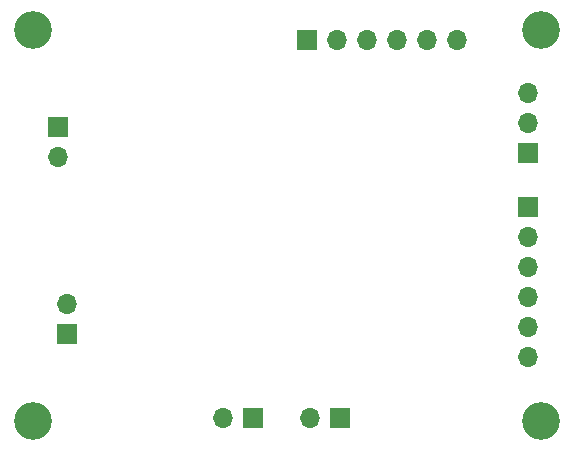
<source format=gbs>
G04 #@! TF.GenerationSoftware,KiCad,Pcbnew,5.1.9+dfsg1-1*
G04 #@! TF.CreationDate,2022-01-28T20:29:42-05:00*
G04 #@! TF.ProjectId,simplePWM,73696d70-6c65-4505-974d-2e6b69636164,rev?*
G04 #@! TF.SameCoordinates,Original*
G04 #@! TF.FileFunction,Soldermask,Bot*
G04 #@! TF.FilePolarity,Negative*
%FSLAX46Y46*%
G04 Gerber Fmt 4.6, Leading zero omitted, Abs format (unit mm)*
G04 Created by KiCad (PCBNEW 5.1.9+dfsg1-1) date 2022-01-28 20:29:42*
%MOMM*%
%LPD*%
G01*
G04 APERTURE LIST*
%ADD10C,3.200000*%
%ADD11O,1.700000X1.700000*%
%ADD12R,1.700000X1.700000*%
G04 APERTURE END LIST*
D10*
X166878000Y-80391000D03*
X123825000Y-113538000D03*
D11*
X126746000Y-103632000D03*
D12*
X126746000Y-106172000D03*
D10*
X166878000Y-113538000D03*
X123825000Y-80391000D03*
D11*
X147320000Y-113284000D03*
D12*
X149860000Y-113284000D03*
D11*
X139954000Y-113284000D03*
D12*
X142494000Y-113284000D03*
D11*
X165735000Y-108077000D03*
X165735000Y-105537000D03*
X165735000Y-102997000D03*
X165735000Y-100457000D03*
X165735000Y-97917000D03*
D12*
X165735000Y-95377000D03*
D11*
X159766000Y-81280000D03*
X157226000Y-81280000D03*
X154686000Y-81280000D03*
X152146000Y-81280000D03*
X149606000Y-81280000D03*
D12*
X147066000Y-81280000D03*
D11*
X125984000Y-91186000D03*
D12*
X125984000Y-88646000D03*
D11*
X165735000Y-85725000D03*
X165735000Y-88265000D03*
D12*
X165735000Y-90805000D03*
M02*

</source>
